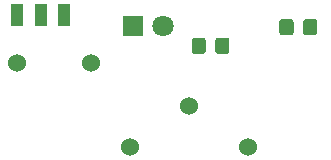
<source format=gbr>
%TF.GenerationSoftware,KiCad,Pcbnew,(5.1.9-0-10_14)*%
%TF.CreationDate,2021-10-13T18:32:58-07:00*%
%TF.ProjectId,pumpkin_pcb_2,70756d70-6b69-46e5-9f70-63625f322e6b,rev?*%
%TF.SameCoordinates,Original*%
%TF.FileFunction,Soldermask,Top*%
%TF.FilePolarity,Negative*%
%FSLAX46Y46*%
G04 Gerber Fmt 4.6, Leading zero omitted, Abs format (unit mm)*
G04 Created by KiCad (PCBNEW (5.1.9-0-10_14)) date 2021-10-13 18:32:58*
%MOMM*%
%LPD*%
G01*
G04 APERTURE LIST*
%ADD10C,1.524000*%
%ADD11R,1.000000X1.900000*%
%ADD12C,1.800000*%
%ADD13R,1.800000X1.800000*%
G04 APERTURE END LIST*
D10*
%TO.C,SW1*%
X22169600Y-80519653D03*
X28419600Y-80519653D03*
D11*
X22169600Y-76469653D03*
X24169600Y-76455653D03*
X26169600Y-76455653D03*
%TD*%
%TO.C,R2*%
G36*
G01*
X38967600Y-79500654D02*
X38967600Y-78600652D01*
G75*
G02*
X39217599Y-78350653I249999J0D01*
G01*
X39917601Y-78350653D01*
G75*
G02*
X40167600Y-78600652I0J-249999D01*
G01*
X40167600Y-79500654D01*
G75*
G02*
X39917601Y-79750653I-249999J0D01*
G01*
X39217599Y-79750653D01*
G75*
G02*
X38967600Y-79500654I0J249999D01*
G01*
G37*
G36*
G01*
X36967600Y-79500654D02*
X36967600Y-78600652D01*
G75*
G02*
X37217599Y-78350653I249999J0D01*
G01*
X37917601Y-78350653D01*
G75*
G02*
X38167600Y-78600652I0J-249999D01*
G01*
X38167600Y-79500654D01*
G75*
G02*
X37917601Y-79750653I-249999J0D01*
G01*
X37217599Y-79750653D01*
G75*
G02*
X36967600Y-79500654I0J249999D01*
G01*
G37*
%TD*%
%TO.C,R1*%
G36*
G01*
X46390000Y-77920001D02*
X46390000Y-77019999D01*
G75*
G02*
X46639999Y-76770000I249999J0D01*
G01*
X47340001Y-76770000D01*
G75*
G02*
X47590000Y-77019999I0J-249999D01*
G01*
X47590000Y-77920001D01*
G75*
G02*
X47340001Y-78170000I-249999J0D01*
G01*
X46639999Y-78170000D01*
G75*
G02*
X46390000Y-77920001I0J249999D01*
G01*
G37*
G36*
G01*
X44390000Y-77920001D02*
X44390000Y-77019999D01*
G75*
G02*
X44639999Y-76770000I249999J0D01*
G01*
X45340001Y-76770000D01*
G75*
G02*
X45590000Y-77019999I0J-249999D01*
G01*
X45590000Y-77920001D01*
G75*
G02*
X45340001Y-78170000I-249999J0D01*
G01*
X44639999Y-78170000D01*
G75*
G02*
X44390000Y-77920001I0J249999D01*
G01*
G37*
%TD*%
D12*
%TO.C,D1*%
X34507600Y-77400653D03*
D13*
X31967600Y-77400653D03*
%TD*%
D10*
%TO.C,BAT1*%
X41750000Y-87630000D03*
X36750000Y-84159999D03*
X31750000Y-87630000D03*
%TD*%
M02*

</source>
